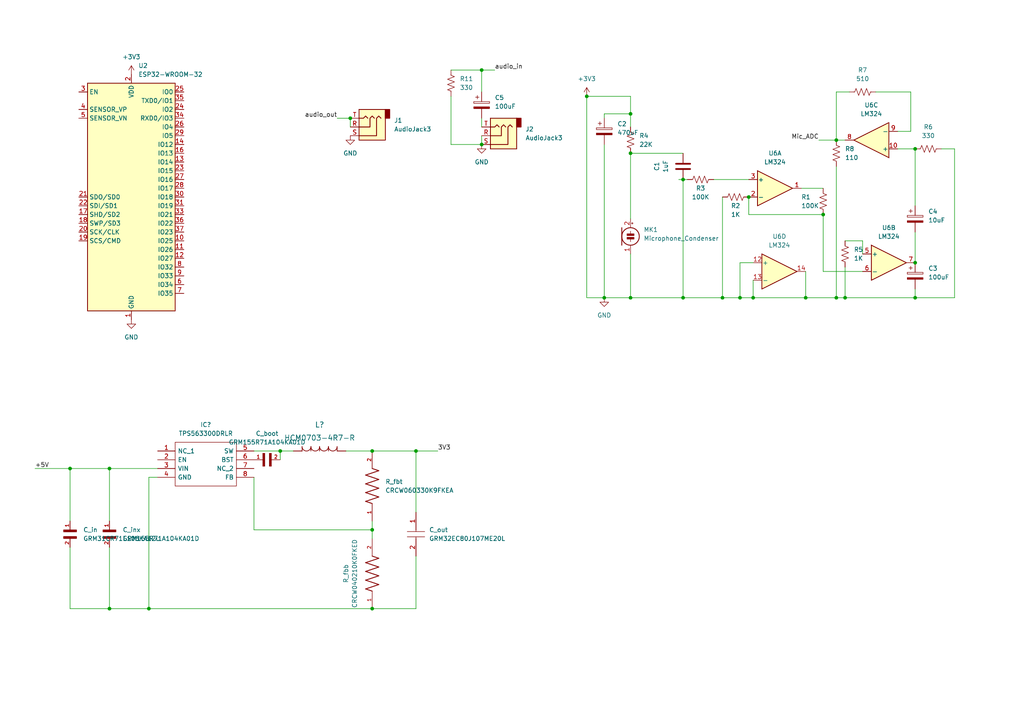
<source format=kicad_sch>
(kicad_sch (version 20211123) (generator eeschema)
  (paper "A4")
  (lib_symbols
    (symbol "Amplifier_Operational:LM324" (pin_names (offset 0.127))
      (property "Reference" "U" (at 0 5.08 0))
      (property "Value" "LM324" (at 0 -5.08 0))
      (symbol "LM324_1_1"
        (polyline (pts (xy -5.08 5.08) (xy 5.08 0) (xy -5.08 -5.08) (xy -5.08 5.08)) (stroke (width 0.254)) (fill (type background)))
        (pin output line (at 7.62 0 180) (length 2.54) (name "~") (number "1"))
        (pin input line (at -7.62 -2.54 0) (length 2.54) (name "-") (number "2"))
        (pin input line (at -7.62 2.54 0) (length 2.54) (name "+") (number "3"))
      )
      (symbol "LM324_2_1"
        (polyline (pts (xy -5.08 5.08) (xy 5.08 0) (xy -5.08 -5.08) (xy -5.08 5.08)) (stroke (width 0.254)) (fill (type background)))
        (pin input line (at -7.62 2.54 0) (length 2.54) (name "+") (number "5"))
        (pin input line (at -7.62 -2.54 0) (length 2.54) (name "-") (number "6"))
        (pin output line (at 7.62 0 180) (length 2.54) (name "~") (number "7"))
      )
      (symbol "LM324_3_1"
        (polyline (pts (xy -5.08 5.08) (xy 5.08 0) (xy -5.08 -5.08) (xy -5.08 5.08)) (stroke (width 0.254)) (fill (type background)))
        (pin input line (at -7.62 2.54 0) (length 2.54) (name "+") (number "10"))
        (pin output line (at 7.62 0 180) (length 2.54) (name "~") (number "8"))
        (pin input line (at -7.62 -2.54 0) (length 2.54) (name "-") (number "9"))
      )
      (symbol "LM324_4_1"
        (polyline (pts (xy -5.08 5.08) (xy 5.08 0) (xy -5.08 -5.08) (xy -5.08 5.08)) (stroke (width 0.254)) (fill (type background)))
        (pin input line (at -7.62 2.54 0) (length 2.54) (name "+") (number "12"))
        (pin input line (at -7.62 -2.54 0) (length 2.54) (name "-") (number "13"))
        (pin output line (at 7.62 0 180) (length 2.54) (name "~") (number "14"))
      )
      (symbol "LM324_5_1"
        (pin power_in line (at -2.54 -7.62 90) (length 3.81) (name "V-") (number "11"))
        (pin power_in line (at -2.54 7.62 270) (length 3.81) (name "V+") (number "4"))
      )
    )
    (symbol "Connector:AudioJack3"
      (property "Reference" "J" (at 0 8.89 0))
      (property "Value" "AudioJack3" (at 0 6.35 0))
      (symbol "AudioJack3_0_1"
        (rectangle (start -5.08 -5.08) (end -6.35 -2.54) (stroke (width 0.254)) (fill (type outline)))
        (polyline (pts (xy 0 -2.54) (xy 0.635 -3.175) (xy 1.27 -2.54) (xy 2.54 -2.54)) (stroke (width 0.254)))
        (polyline (pts (xy -1.905 -2.54) (xy -1.27 -3.175) (xy -0.635 -2.54) (xy -0.635 0) (xy 2.54 0)) (stroke (width 0.254)))
        (polyline (pts (xy 2.54 2.54) (xy -2.54 2.54) (xy -2.54 -2.54) (xy -3.175 -3.175) (xy -3.81 -2.54)) (stroke (width 0.254)))
        (rectangle (start 2.54 3.81) (end -5.08 -5.08) (stroke (width 0.254)) (fill (type background)))
      )
      (symbol "AudioJack3_1_1"
        (pin passive line (at 5.08 0 180) (length 2.54) (name "~") (number "R"))
        (pin passive line (at 5.08 2.54 180) (length 2.54) (name "~") (number "S"))
        (pin passive line (at 5.08 -2.54 180) (length 2.54) (name "~") (number "T"))
      )
    )
    (symbol "Device:C" (pin_numbers hide) (pin_names (offset 0.254))
      (property "Reference" "C" (at 0.635 2.54 0))
      (property "Value" "C" (at 0.635 -2.54 0))
      (symbol "C_0_1"
        (polyline (pts (xy -2.032 -0.762) (xy 2.032 -0.762)) (stroke (width 0.508)))
        (polyline (pts (xy -2.032 0.762) (xy 2.032 0.762)) (stroke (width 0.508)))
      )
      (symbol "C_1_1"
        (pin passive line (at 0 3.81 270) (length 2.794) (name "~") (number "1"))
        (pin passive line (at 0 -3.81 90) (length 2.794) (name "~") (number "2"))
      )
    )
    (symbol "Device:C_Polarized" (pin_numbers hide) (pin_names (offset 0.254))
      (property "Reference" "C" (at 0.635 2.54 0))
      (property "Value" "C_Polarized" (at 0.635 -2.54 0))
      (symbol "C_Polarized_0_1"
        (rectangle (start -2.286 0.508) (end 2.286 1.016))
        (polyline (pts (xy -1.778 2.286) (xy -0.762 2.286)))
        (polyline (pts (xy -1.27 2.794) (xy -1.27 1.778)))
        (rectangle (start 2.286 -0.508) (end -2.286 -1.016) (fill (type outline)))
      )
      (symbol "C_Polarized_1_1"
        (pin passive line (at 0 3.81 270) (length 2.794) (name "~") (number "1"))
        (pin passive line (at 0 -3.81 90) (length 2.794) (name "~") (number "2"))
      )
    )
    (symbol "Device:Microphone_Condenser" (pin_names (offset 0.0254) hide)
      (property "Reference" "MK" (at -3.302 1.27 0))
      (property "Value" "Microphone_Condenser" (at -3.302 -0.635 0))
      (symbol "Microphone_Condenser_0_1"
        (polyline (pts (xy -2.54 2.54) (xy -2.54 -2.54)) (stroke (width 0.254)))
        (polyline (pts (xy 0 -0.762) (xy 0 -1.524)))
        (polyline (pts (xy 0 0.762) (xy 0 1.524)))
        (polyline (pts (xy 0.254 3.81) (xy 0.762 3.81)))
        (polyline (pts (xy 0.508 4.064) (xy 0.508 3.556)))
        (circle (center 0 0) (radius 2.54) (stroke (width 0.254)))
        (rectangle (start 1.016 -0.254) (end -1.016 -0.762) (fill (type outline)))
        (rectangle (start 1.016 0.762) (end -1.016 0.254) (fill (type outline)))
      )
      (symbol "Microphone_Condenser_1_1"
        (pin passive line (at 0 -5.08 90) (length 2.54) (name "-") (number "1"))
        (pin passive line (at 0 5.08 270) (length 2.54) (name "+") (number "2"))
      )
    )
    (symbol "Device:R_US" (pin_numbers hide) (pin_names (offset 0))
      (property "Reference" "R" (at 2.54 0 90))
      (property "Value" "R_US" (at -2.54 0 90))
      (symbol "R_US_0_1"
        (polyline (pts (xy 0 -2.286) (xy 0 -2.54)))
        (polyline (pts (xy 0 2.286) (xy 0 2.54)))
        (polyline (pts (xy 0 -0.762) (xy 1.016 -1.143) (xy 0 -1.524) (xy -1.016 -1.905) (xy 0 -2.286)))
        (polyline (pts (xy 0 0.762) (xy 1.016 0.381) (xy 0 0) (xy -1.016 -0.381) (xy 0 -0.762)))
        (polyline (pts (xy 0 2.286) (xy 1.016 1.905) (xy 0 1.524) (xy -1.016 1.143) (xy 0 0.762)))
      )
      (symbol "R_US_1_1"
        (pin passive line (at 0 3.81 270) (length 1.27) (name "~") (number "1"))
        (pin passive line (at 0 -3.81 90) (length 1.27) (name "~") (number "2"))
      )
    )
    (symbol "Power_Circuit_Lib:CRCW040210K0FKED" (pin_names (offset 1.016))
      (property "Reference" "R" (at -7.6244 2.5415 0))
      (property "Value" "CRCW040210K0FKED" (at -7.63 -5.0866 0))
      (symbol "CRCW040210K0FKED_0_0"
        (polyline (pts (xy -5.08 0) (xy -4.445 1.905)) (stroke (width 0.254)))
        (polyline (pts (xy -4.445 1.905) (xy -3.175 -1.905)) (stroke (width 0.254)))
        (polyline (pts (xy -3.175 -1.905) (xy -1.905 1.905)) (stroke (width 0.254)))
        (polyline (pts (xy -1.905 1.905) (xy -0.635 -1.905)) (stroke (width 0.254)))
        (polyline (pts (xy -0.635 -1.905) (xy 0.635 1.905)) (stroke (width 0.254)))
        (polyline (pts (xy 0.635 1.905) (xy 1.905 -1.905)) (stroke (width 0.254)))
        (polyline (pts (xy 1.905 -1.905) (xy 3.175 1.905)) (stroke (width 0.254)))
        (polyline (pts (xy 3.175 1.905) (xy 4.445 -1.905)) (stroke (width 0.254)))
        (polyline (pts (xy 4.445 -1.905) (xy 5.08 0)) (stroke (width 0.254)))
        (pin passive line (at -10.16 0 0) (length 5.08) (name "~") (number "1"))
        (pin passive line (at 10.16 0 180) (length 5.08) (name "~") (number "2"))
      )
    )
    (symbol "Power_Circuit_Lib:CRCW060330K9FKEA" (pin_names (offset 1.016))
      (property "Reference" "R" (at -7.6244 2.5415 0))
      (property "Value" "CRCW060330K9FKEA" (at -7.63 -5.0866 0))
      (symbol "CRCW060330K9FKEA_0_0"
        (polyline (pts (xy -5.08 0) (xy -4.445 1.905)) (stroke (width 0.254)))
        (polyline (pts (xy -4.445 1.905) (xy -3.175 -1.905)) (stroke (width 0.254)))
        (polyline (pts (xy -3.175 -1.905) (xy -1.905 1.905)) (stroke (width 0.254)))
        (polyline (pts (xy -1.905 1.905) (xy -0.635 -1.905)) (stroke (width 0.254)))
        (polyline (pts (xy -0.635 -1.905) (xy 0.635 1.905)) (stroke (width 0.254)))
        (polyline (pts (xy 0.635 1.905) (xy 1.905 -1.905)) (stroke (width 0.254)))
        (polyline (pts (xy 1.905 -1.905) (xy 3.175 1.905)) (stroke (width 0.254)))
        (polyline (pts (xy 3.175 1.905) (xy 4.445 -1.905)) (stroke (width 0.254)))
        (polyline (pts (xy 4.445 -1.905) (xy 5.08 0)) (stroke (width 0.254)))
        (pin passive line (at -10.16 0 0) (length 5.08) (name "~") (number "1"))
        (pin passive line (at 10.16 0 180) (length 5.08) (name "~") (number "2"))
      )
    )
    (symbol "Power_Circuit_Lib:GRM155R71A104KA01D" (pin_names (offset 1.016))
      (property "Reference" "C" (at 0 3.8109 0))
      (property "Value" "GRM155R71A104KA01D" (at 0 -5.0885 0))
      (symbol "GRM155R71A104KA01D_0_0"
        (rectangle (start 0 -1.9069) (end 0.635 1.905) (stroke (width 0.1)) (fill (type outline)))
        (rectangle (start 1.9069 -1.9069) (end 2.54 1.905) (stroke (width 0.1)) (fill (type outline)))
        (pin passive line (at -2.54 0 0) (length 2.54) (name "~") (number "1"))
        (pin passive line (at 5.08 0 180) (length 2.54) (name "~") (number "2"))
      )
    )
    (symbol "Power_Circuit_Lib:GRM31CR71E106KA12L" (pin_names (offset 1.016))
      (property "Reference" "C" (at 0 3.8109 0))
      (property "Value" "GRM31CR71E106KA12L" (at 0 -5.0885 0))
      (symbol "GRM31CR71E106KA12L_0_0"
        (rectangle (start 0 -1.9069) (end 0.635 1.905) (stroke (width 0.1)) (fill (type outline)))
        (rectangle (start 1.9069 -1.9069) (end 2.54 1.905) (stroke (width 0.1)) (fill (type outline)))
        (pin passive line (at -2.54 0 0) (length 2.54) (name "~") (number "1"))
        (pin passive line (at 5.08 0 180) (length 2.54) (name "~") (number "2"))
      )
    )
    (symbol "Power_Circuit_Lib:GRM32EC80J107ME20L" (pin_names (offset 0.762))
      (property "Reference" "C" (at 8.89 6.35 0))
      (property "Value" "GRM32EC80J107ME20L" (at 8.89 3.81 0))
      (symbol "GRM32EC80J107ME20L_0_0"
        (pin passive line (at 0 0 0) (length 5.08) (name "~") (number "1"))
        (pin passive line (at 12.7 0 180) (length 5.08) (name "~") (number "2"))
      )
      (symbol "GRM32EC80J107ME20L_0_1"
        (polyline (pts (xy 5.08 0) (xy 5.588 0)) (stroke (width 0.1524)))
        (polyline (pts (xy 5.588 2.54) (xy 5.588 -2.54)) (stroke (width 0.1524)))
        (polyline (pts (xy 7.112 0) (xy 7.62 0)) (stroke (width 0.1524)))
        (polyline (pts (xy 7.112 2.54) (xy 7.112 -2.54)) (stroke (width 0.1524)))
      )
    )
    (symbol "Power_Circuit_Lib:HCM0703-4R7-R" (pin_numbers hide) (pin_names (offset 1.651) hide)
      (property "Reference" "L" (at 6.985 5.08 0))
      (property "Value" "HCM0703-4R7-R" (at 6.985 -5.715 0))
      (symbol "HCM0703-4R7-R_1_1"
        (polyline (pts (xy 2.54 0) (xy 2.54 1.27)) (stroke (width 0.2032)))
        (polyline (pts (xy 5.08 0) (xy 5.08 1.27)) (stroke (width 0.2032)))
        (polyline (pts (xy 7.62 0) (xy 7.62 1.27)) (stroke (width 0.2032)))
        (polyline (pts (xy 10.16 0) (xy 10.16 1.27)) (stroke (width 0.2032)))
        (polyline (pts (xy 12.7 0) (xy 12.7 1.27)) (stroke (width 0.2032)))
        (arc (start 2.54 1.27) (mid 3.81 0) (end 5.08 1.27) (stroke (width 0.2032)))
        (arc (start 5.08 1.27) (mid 6.35 0) (end 7.62 1.27) (stroke (width 0.2032)))
        (arc (start 7.62 1.27) (mid 8.89 0) (end 10.16 1.27) (stroke (width 0.2032)))
        (arc (start 10.16 1.27) (mid 11.43 0) (end 12.7 1.27) (stroke (width 0.2032)))
        (pin unspecified line (at 15.24 0 180) (length 2.54) (name "1") (number "1"))
        (pin unspecified line (at 0 0 0) (length 2.54) (name "2") (number "2"))
      )
    )
    (symbol "RF_Module:ESP32-WROOM-32"
      (property "Reference" "U" (at -12.7 34.29 0))
      (property "Value" "ESP32-WROOM-32" (at 1.27 34.29 0))
      (symbol "ESP32-WROOM-32_0_1"
        (rectangle (start -12.7 33.02) (end 12.7 -33.02) (stroke (width 0.254)) (fill (type background)))
      )
      (symbol "ESP32-WROOM-32_1_1"
        (pin power_in line (at 0 -35.56 90) (length 2.54) (name "GND") (number "1"))
        (pin bidirectional line (at 15.24 -12.7 180) (length 2.54) (name "IO25") (number "10"))
        (pin bidirectional line (at 15.24 -15.24 180) (length 2.54) (name "IO26") (number "11"))
        (pin bidirectional line (at 15.24 -17.78 180) (length 2.54) (name "IO27") (number "12"))
        (pin bidirectional line (at 15.24 10.16 180) (length 2.54) (name "IO14") (number "13"))
        (pin bidirectional line (at 15.24 15.24 180) (length 2.54) (name "IO12") (number "14"))
        (pin passive line (at 0 -35.56 90) (length 2.54) hide (name "GND") (number "15"))
        (pin bidirectional line (at 15.24 12.7 180) (length 2.54) (name "IO13") (number "16"))
        (pin bidirectional line (at -15.24 -5.08 0) (length 2.54) (name "SHD/SD2") (number "17"))
        (pin bidirectional line (at -15.24 -7.62 0) (length 2.54) (name "SWP/SD3") (number "18"))
        (pin bidirectional line (at -15.24 -12.7 0) (length 2.54) (name "SCS/CMD") (number "19"))
        (pin power_in line (at 0 35.56 270) (length 2.54) (name "VDD") (number "2"))
        (pin bidirectional line (at -15.24 -10.16 0) (length 2.54) (name "SCK/CLK") (number "20"))
        (pin bidirectional line (at -15.24 0 0) (length 2.54) (name "SDO/SD0") (number "21"))
        (pin bidirectional line (at -15.24 -2.54 0) (length 2.54) (name "SDI/SD1") (number "22"))
        (pin bidirectional line (at 15.24 7.62 180) (length 2.54) (name "IO15") (number "23"))
        (pin bidirectional line (at 15.24 25.4 180) (length 2.54) (name "IO2") (number "24"))
        (pin bidirectional line (at 15.24 30.48 180) (length 2.54) (name "IO0") (number "25"))
        (pin bidirectional line (at 15.24 20.32 180) (length 2.54) (name "IO4") (number "26"))
        (pin bidirectional line (at 15.24 5.08 180) (length 2.54) (name "IO16") (number "27"))
        (pin bidirectional line (at 15.24 2.54 180) (length 2.54) (name "IO17") (number "28"))
        (pin bidirectional line (at 15.24 17.78 180) (length 2.54) (name "IO5") (number "29"))
        (pin input line (at -15.24 30.48 0) (length 2.54) (name "EN") (number "3"))
        (pin bidirectional line (at 15.24 0 180) (length 2.54) (name "IO18") (number "30"))
        (pin bidirectional line (at 15.24 -2.54 180) (length 2.54) (name "IO19") (number "31"))
        (pin no_connect line (at -12.7 -27.94 0) (length 2.54) hide (name "NC") (number "32"))
        (pin bidirectional line (at 15.24 -5.08 180) (length 2.54) (name "IO21") (number "33"))
        (pin bidirectional line (at 15.24 22.86 180) (length 2.54) (name "RXD0/IO3") (number "34"))
        (pin bidirectional line (at 15.24 27.94 180) (length 2.54) (name "TXD0/IO1") (number "35"))
        (pin bidirectional line (at 15.24 -7.62 180) (length 2.54) (name "IO22") (number "36"))
        (pin bidirectional line (at 15.24 -10.16 180) (length 2.54) (name "IO23") (number "37"))
        (pin passive line (at 0 -35.56 90) (length 2.54) hide (name "GND") (number "38"))
        (pin passive line (at 0 -35.56 90) (length 2.54) hide (name "GND") (number "39"))
        (pin input line (at -15.24 25.4 0) (length 2.54) (name "SENSOR_VP") (number "4"))
        (pin input line (at -15.24 22.86 0) (length 2.54) (name "SENSOR_VN") (number "5"))
        (pin input line (at 15.24 -25.4 180) (length 2.54) (name "IO34") (number "6"))
        (pin input line (at 15.24 -27.94 180) (length 2.54) (name "IO35") (number "7"))
        (pin bidirectional line (at 15.24 -20.32 180) (length 2.54) (name "IO32") (number "8"))
        (pin bidirectional line (at 15.24 -22.86 180) (length 2.54) (name "IO33") (number "9"))
      )
    )
    (symbol "TPS563300 Power Circuit:TPS563300DRLR" (pin_names (offset 0.762))
      (property "Reference" "IC" (at 24.13 7.62 0))
      (property "Value" "TPS563300DRLR" (at 24.13 5.08 0))
      (symbol "TPS563300DRLR_0_0"
        (pin passive line (at 0 0 0) (length 5.08) (name "NC_1") (number "1"))
        (pin passive line (at 0 -2.54 0) (length 5.08) (name "EN") (number "2"))
        (pin passive line (at 0 -5.08 0) (length 5.08) (name "VIN") (number "3"))
        (pin passive line (at 0 -7.62 0) (length 5.08) (name "GND") (number "4"))
        (pin passive line (at 27.94 0 180) (length 5.08) (name "SW") (number "5"))
        (pin passive line (at 27.94 -2.54 180) (length 5.08) (name "BST") (number "6"))
        (pin passive line (at 27.94 -5.08 180) (length 5.08) (name "NC_2") (number "7"))
        (pin passive line (at 27.94 -7.62 180) (length 5.08) (name "FB") (number "8"))
      )
      (symbol "TPS563300DRLR_0_1"
        (polyline (pts (xy 5.08 2.54) (xy 22.86 2.54) (xy 22.86 -10.16) (xy 5.08 -10.16) (xy 5.08 2.54)) (stroke (width 0.1524)))
      )
    )
    (symbol "power:+3V3" (power) (pin_names (offset 0))
      (property "Value" "+3V3" (at 0 3.556 0))
      (symbol "+3V3_0_1"
        (polyline (pts (xy -0.762 1.27) (xy 0 2.54)))
        (polyline (pts (xy 0 0) (xy 0 2.54)))
        (polyline (pts (xy 0 2.54) (xy 0.762 1.27)))
      )
      (symbol "+3V3_1_1"
        (pin power_in line (at 0 0 90) (length 0) hide (name "+3V3") (number "1"))
      )
    )
    (symbol "power:GND" (power) (pin_names (offset 0))
      (property "Value" "GND" (at 0 -3.81 0))
      (symbol "GND_0_1"
        (polyline (pts (xy 0 0) (xy 0 -1.27) (xy 1.27 -1.27) (xy 0 -2.54) (xy -1.27 -1.27) (xy 0 -1.27)))
      )
      (symbol "GND_1_1"
        (pin power_in line (at 0 0 270) (length 0) hide (name "GND") (number "1"))
      )
    )
  )
  (junction (at 233.68 86.36))
  (junction (at 107.95 130.81))
  (junction (at 139.7 41.91))
  (junction (at 242.57 40.64))
  (junction (at 139.7 20.32))
  (junction (at 120.65 130.81))
  (junction (at 198.12 52.07))
  (junction (at 101.6 34.29))
  (junction (at 217.17 57.15))
  (junction (at 209.55 86.36))
  (junction (at 182.88 33.02))
  (junction (at 31.75 135.89))
  (junction (at 20.32 135.89))
  (junction (at 245.11 86.36))
  (junction (at 170.18 27.94))
  (junction (at 265.43 86.36))
  (junction (at 238.76 62.23))
  (junction (at 182.88 44.45))
  (junction (at 107.95 153.67))
  (junction (at 198.12 86.36))
  (junction (at 182.88 86.36))
  (junction (at 265.43 43.18))
  (junction (at 214.63 86.36))
  (junction (at 107.95 176.53))
  (junction (at 31.75 176.53))
  (junction (at 242.57 86.36))
  (junction (at 218.44 86.36))
  (junction (at 43.18 176.53))
  (junction (at 265.43 76.2))
  (junction (at 81.28 130.81))
  (junction (at 175.26 86.36))
  (wire (pts (xy 218.44 81.28) (xy 218.44 86.36)))
  (wire (pts (xy 43.18 176.53) (xy 107.95 176.53)))
  (wire (pts (xy 100.33 130.81) (xy 107.95 130.81)))
  (wire (pts (xy 182.88 44.45) (xy 182.88 63.5)))
  (wire (pts (xy 73.66 138.43) (xy 73.66 153.67)))
  (wire (pts (xy 73.66 153.67) (xy 107.95 153.67)))
  (wire (pts (xy 265.43 83.82) (xy 265.43 86.36)))
  (wire (pts (xy 20.32 135.89) (xy 20.32 151.13)))
  (wire (pts (xy 130.81 20.32) (xy 139.7 20.32)))
  (wire (pts (xy 233.68 78.74) (xy 233.68 86.36)))
  (wire (pts (xy 170.18 27.94) (xy 170.18 86.36)))
  (wire (pts (xy 214.63 76.2) (xy 214.63 86.36)))
  (wire (pts (xy 43.18 138.43) (xy 43.18 176.53)))
  (wire (pts (xy 139.7 39.37) (xy 139.7 41.91)))
  (wire (pts (xy 107.95 151.13) (xy 107.95 153.67)))
  (wire (pts (xy 237.49 40.64) (xy 242.57 40.64)))
  (wire (pts (xy 246.38 26.67) (xy 242.57 26.67)))
  (wire (pts (xy 198.12 52.07) (xy 198.12 86.36)))
  (wire (pts (xy 218.44 86.36) (xy 214.63 86.36)))
  (wire (pts (xy 217.17 62.23) (xy 217.17 57.15)))
  (wire (pts (xy 207.01 52.07) (xy 217.17 52.07)))
  (wire (pts (xy 238.76 62.23) (xy 217.17 62.23)))
  (wire (pts (xy 233.68 86.36) (xy 218.44 86.36)))
  (wire (pts (xy 198.12 86.36) (xy 209.55 86.36)))
  (wire (pts (xy 130.81 41.91) (xy 139.7 41.91)))
  (wire (pts (xy 81.28 130.81) (xy 85.09 130.81)))
  (wire (pts (xy 232.41 54.61) (xy 238.76 54.61)))
  (wire (pts (xy 175.26 41.91) (xy 175.26 86.36)))
  (wire (pts (xy 238.76 62.23) (xy 238.76 78.74)))
  (wire (pts (xy 120.65 161.29) (xy 120.65 176.53)))
  (wire (pts (xy 20.32 158.75) (xy 20.32 176.53)))
  (wire (pts (xy 139.7 20.32) (xy 143.51 20.32)))
  (wire (pts (xy 250.19 73.66) (xy 250.19 69.85)))
  (wire (pts (xy 182.88 33.02) (xy 182.88 27.94)))
  (wire (pts (xy 107.95 153.67) (xy 107.95 156.21)))
  (wire (pts (xy 245.11 86.36) (xy 265.43 86.36)))
  (wire (pts (xy 214.63 86.36) (xy 209.55 86.36)))
  (wire (pts (xy 242.57 48.26) (xy 242.57 86.36)))
  (wire (pts (xy 120.65 130.81) (xy 127 130.81)))
  (wire (pts (xy 139.7 34.29) (xy 139.7 36.83)))
  (wire (pts (xy 265.43 43.18) (xy 260.35 43.18)))
  (wire (pts (xy 31.75 135.89) (xy 45.72 135.89)))
  (wire (pts (xy 182.88 33.02) (xy 175.26 33.02)))
  (wire (pts (xy 130.81 27.94) (xy 130.81 41.91)))
  (wire (pts (xy 31.75 176.53) (xy 43.18 176.53)))
  (wire (pts (xy 31.75 151.13) (xy 31.75 135.89)))
  (wire (pts (xy 182.88 33.02) (xy 182.88 36.83)))
  (wire (pts (xy 209.55 57.15) (xy 209.55 86.36)))
  (wire (pts (xy 107.95 130.81) (xy 120.65 130.81)))
  (wire (pts (xy 242.57 40.64) (xy 245.11 40.64)))
  (wire (pts (xy 170.18 86.36) (xy 175.26 86.36)))
  (wire (pts (xy 242.57 86.36) (xy 245.11 86.36)))
  (wire (pts (xy 170.18 27.94) (xy 182.88 27.94)))
  (wire (pts (xy 260.35 38.1) (xy 264.16 38.1)))
  (wire (pts (xy 31.75 135.89) (xy 20.32 135.89)))
  (wire (pts (xy 175.26 86.36) (xy 182.88 86.36)))
  (wire (pts (xy 254 26.67) (xy 264.16 26.67)))
  (wire (pts (xy 97.79 34.29) (xy 101.6 34.29)))
  (wire (pts (xy 250.19 69.85) (xy 245.11 69.85)))
  (wire (pts (xy 182.88 73.66) (xy 182.88 86.36)))
  (wire (pts (xy 242.57 26.67) (xy 242.57 40.64)))
  (wire (pts (xy 10.16 135.89) (xy 20.32 135.89)))
  (wire (pts (xy 120.65 176.53) (xy 107.95 176.53)))
  (wire (pts (xy 31.75 158.75) (xy 31.75 176.53)))
  (wire (pts (xy 196.85 52.07) (xy 198.12 52.07)))
  (wire (pts (xy 81.28 133.35) (xy 81.28 130.81)))
  (wire (pts (xy 238.76 78.74) (xy 250.19 78.74)))
  (wire (pts (xy 242.57 86.36) (xy 233.68 86.36)))
  (wire (pts (xy 139.7 26.67) (xy 139.7 20.32)))
  (wire (pts (xy 120.65 130.81) (xy 120.65 148.59)))
  (wire (pts (xy 182.88 44.45) (xy 198.12 44.45)))
  (wire (pts (xy 182.88 86.36) (xy 198.12 86.36)))
  (wire (pts (xy 101.6 34.29) (xy 101.6 36.83)))
  (wire (pts (xy 175.26 33.02) (xy 175.26 34.29)))
  (wire (pts (xy 265.43 59.69) (xy 265.43 43.18)))
  (wire (pts (xy 45.72 138.43) (xy 43.18 138.43)))
  (wire (pts (xy 265.43 67.31) (xy 265.43 76.2)))
  (wire (pts (xy 198.12 52.07) (xy 199.39 52.07)))
  (wire (pts (xy 245.11 77.47) (xy 245.11 86.36)))
  (wire (pts (xy 276.86 43.18) (xy 276.86 86.36)))
  (wire (pts (xy 264.16 38.1) (xy 264.16 26.67)))
  (wire (pts (xy 20.32 176.53) (xy 31.75 176.53)))
  (wire (pts (xy 218.44 76.2) (xy 214.63 76.2)))
  (wire (pts (xy 273.05 43.18) (xy 276.86 43.18)))
  (wire (pts (xy 276.86 86.36) (xy 265.43 86.36)))
  (wire (pts (xy 73.66 130.81) (xy 81.28 130.81)))
  (label "3V3" (at 127 130.81 0))
  (label "Mic_ADC" (at 237.49 40.64 180))
  (label "audio_out" (at 97.79 34.29 180))
  (label "+5V" (at 10.16 135.89 0))
  (label "audio_in" (at 143.51 20.32 0))
  (symbol (lib_id "Device:R_US") (at 130.81 24.13 0) (unit 1)
    (property "Reference" "R11" (at 133.35 22.8599 0) (effects (justify left)))
    (property "Value" "330" (at 133.35 25.3999 0) (effects (justify left)))
  )
  (symbol (lib_id "Power_Circuit_Lib:GRM31CR71E106KA12L") (at 20.32 153.67 270) (unit 1)
    (property "Reference" "C_in" (at 24.13 153.6699 90) (effects (justify left)))
    (property "Value" "GRM31CR71E106KA12L" (at 24.13 156.2099 90) (effects (justify left)))
    (property "Footprint" "TPS563300_Power_Circuit:C_IN_CAPC3216X180N" (effects hide))
  )
  (symbol (lib_id "Power_Circuit_Lib:HCM0703-4R7-R") (at 85.09 130.81 0) (unit 1)
    (property "Reference" "L?" (at 92.71 123.19 0) (effects (font (size 1.524 1.524))))
    (property "Value" "HCM0703-4R7-R" (at 92.71 127 0) (effects (font (size 1.524 1.524))))
    (property "Footprint" "TPS563300_Power_Circuit:L1_HCM0703-4R7-R" (effects hide))
  )
  (symbol (lib_id "Amplifier_Operational:LM324") (at 224.79 54.61 0) (unit 1)
    (property "Reference" "U6" (at 224.79 44.45 0))
    (property "Value" "LM324" (at 224.79 46.99 0))
    (property "Footprint" "Package_DIP:DIP-14_W7.62mm" (effects hide))
    (property "Datasheet" "http://www.ti.com/lit/ds/symlink/lm2902-n.pdf" (effects hide))
  )
  (symbol (lib_id "Connector:AudioJack3") (at 144.78 39.37 180) (unit 1)
    (property "Reference" "J2" (at 152.4 37.4649 0) (effects (justify right)))
    (property "Value" "AudioJack3" (at 152.4 40.0049 0) (effects (justify right)))
    (property "Footprint" "Connector_Audio:Jack_3.5mm_CUI_SJ-3523-SMT_Horizontal" (effects hide))
    (property "Datasheet" "https://www.cuidevices.com/product/resource/sj-352x-smt.pdf" (effects hide))
  )
  (symbol (lib_id "power:GND") (at 101.6 39.37 0) (unit 1)
    (property "Reference" "#PWR08" (effects hide))
    (property "Value" "GND" (at 101.6 44.45 0))
  )
  (symbol (lib_id "Device:C_Polarized") (at 265.43 63.5 0) (unit 1)
    (property "Reference" "C4" (at 269.24 61.3409 0) (effects (justify left)))
    (property "Value" "10uF" (at 269.24 63.8809 0) (effects (justify left)))
  )
  (symbol (lib_id "Amplifier_Operational:LM324") (at 257.81 76.2 0) (unit 2)
    (property "Reference" "U6" (at 257.81 66.04 0))
    (property "Value" "LM324" (at 257.81 68.58 0))
    (property "Footprint" "Package_DIP:DIP-14_W7.62mm" (effects hide))
    (property "Datasheet" "http://www.ti.com/lit/ds/symlink/lm2902-n.pdf" (effects hide))
  )
  (symbol (lib_id "power:+3V3") (at 170.18 27.94 0) (unit 1)
    (property "Reference" "#PWR010" (effects hide))
    (property "Value" "+3V3" (at 170.18 22.86 0))
  )
  (symbol (lib_id "Power_Circuit_Lib:CRCW040210K0FKED") (at 107.95 166.37 90) (unit 1)
    (property "Reference" "R_fbb" (at 100.33 166.37 0))
    (property "Value" "CRCW040210K0FKED" (at 102.87 166.37 0))
    (property "Footprint" "TPS563300_Power_Circuit:R_FBB_RESC1005X40N" (effects hide))
  )
  (symbol (lib_id "Device:R_US") (at 238.76 58.42 0) (unit 1)
    (property "Reference" "R1" (at 232.41 57.15 0) (effects (justify left)))
    (property "Value" "100K" (at 232.41 59.69 0) (effects (justify left)))
  )
  (symbol (lib_id "RF_Module:ESP32-WROOM-32") (at 38.1 57.15 0) (unit 1)
    (property "Reference" "U2" (at 40.1194 19.05 0) (effects (justify left)))
    (property "Value" "ESP32-WROOM-32" (at 40.1194 21.59 0) (effects (justify left)))
    (property "Footprint" "RF_Module:ESP32-WROOM-32" (effects hide))
    (property "Datasheet" "https://www.espressif.com/sites/default/files/documentation/esp32-wroom-32_datasheet_en.pdf" (effects hide))
  )
  (symbol (lib_id "power:GND") (at 175.26 86.36 0) (unit 1)
    (property "Reference" "#PWR011" (effects hide))
    (property "Value" "GND" (at 175.26 91.44 0))
  )
  (symbol (lib_id "power:GND") (at 38.1 92.71 0) (unit 1)
    (property "Reference" "#PWR07" (effects hide))
    (property "Value" "GND" (at 38.1 97.79 0))
  )
  (symbol (lib_id "Device:C_Polarized") (at 265.43 80.01 0) (unit 1)
    (property "Reference" "C3" (at 269.24 77.8509 0) (effects (justify left)))
    (property "Value" "100uF" (at 269.24 80.3909 0) (effects (justify left)))
  )
  (symbol (lib_id "Device:R_US") (at 203.2 52.07 90) (unit 1)
    (property "Reference" "R3" (at 203.2 54.61 90))
    (property "Value" "100K" (at 203.2 57.15 90))
  )
  (symbol (lib_id "Device:R_US") (at 213.36 57.15 90) (unit 1)
    (property "Reference" "R2" (at 213.36 59.69 90))
    (property "Value" "1K" (at 213.36 62.23 90))
  )
  (symbol (lib_id "Power_Circuit_Lib:GRM155R71A104KA01D") (at 76.2 133.35 0) (unit 1)
    (property "Reference" "C_boot" (at 77.47 125.73 0))
    (property "Value" "GRM155R71A104KA01D" (at 77.47 128.27 0))
    (property "Footprint" "TPS563300_Power_Circuit:C_Boot_CAPC1005X55N" (effects hide))
  )
  (symbol (lib_id "Device:C") (at 198.12 48.26 0) (unit 1)
    (property "Reference" "C1" (at 190.5 48.26 90))
    (property "Value" "1uF" (at 193.04 48.26 90))
  )
  (symbol (lib_id "power:GND") (at 139.7 41.91 0) (unit 1)
    (property "Reference" "#PWR09" (effects hide))
    (property "Value" "GND" (at 139.7 46.99 0))
  )
  (symbol (lib_id "Device:R_US") (at 182.88 40.64 180) (unit 1)
    (property "Reference" "R4" (at 185.42 39.3699 0) (effects (justify right)))
    (property "Value" "22K" (at 185.42 41.9099 0) (effects (justify right)))
  )
  (symbol (lib_id "Device:R_US") (at 250.19 26.67 90) (unit 1)
    (property "Reference" "R7" (at 250.19 20.32 90))
    (property "Value" "510" (at 250.19 22.86 90))
  )
  (symbol (lib_id "Device:C_Polarized") (at 139.7 30.48 0) (unit 1)
    (property "Reference" "C5" (at 143.51 28.3209 0) (effects (justify left)))
    (property "Value" "100uF" (at 143.51 30.8609 0) (effects (justify left)))
  )
  (symbol (lib_id "Device:R_US") (at 242.57 44.45 0) (unit 1)
    (property "Reference" "R8" (at 245.11 43.1799 0) (effects (justify left)))
    (property "Value" "110" (at 245.11 45.7199 0) (effects (justify left)))
  )
  (symbol (lib_id "Amplifier_Operational:LM324") (at 252.73 40.64 180) (unit 3)
    (property "Reference" "U6" (at 252.73 30.48 0))
    (property "Value" "LM324" (at 252.73 33.02 0))
    (property "Footprint" "Package_DIP:DIP-14_W7.62mm" (effects hide))
    (property "Datasheet" "http://www.ti.com/lit/ds/symlink/lm2902-n.pdf" (effects hide))
  )
  (symbol (lib_id "Device:R_US") (at 269.24 43.18 90) (unit 1)
    (property "Reference" "R6" (at 269.24 36.83 90))
    (property "Value" "330" (at 269.24 39.37 90))
  )
  (symbol (lib_id "Device:Microphone_Condenser") (at 182.88 68.58 0) (unit 1)
    (property "Reference" "MK1" (at 186.69 66.6114 0) (effects (justify left)))
    (property "Value" "Microphone_Condenser" (at 186.69 69.1514 0) (effects (justify left)))
  )
  (symbol (lib_id "Power_Circuit_Lib:GRM32EC80J107ME20L") (at 120.65 148.59 270) (unit 1)
    (property "Reference" "C_out" (at 124.46 153.6699 90) (effects (justify left)))
    (property "Value" "GRM32EC80J107ME20L" (at 124.46 156.2099 90) (effects (justify left)))
    (property "Footprint" "TPS563300_Power_Circuit:C_OUT_CAPC3225X270N" (effects hide))
    (property "Datasheet" "https://datasheet.datasheetarchive.com/originals/distributors/Datasheets_SAMA/ec4f1577dddcc7a13ddad897a28002d3.pdf" (effects hide))
    (property "Description" "Murata 1210 GRM 100uF Ceramic Multilayer Capacitor, 6.3 V dc, +105C, X6S Dielectric, +/-20% SMD" (effects hide))
    (property "Height" "2.7" (effects hide))
    (property "Mouser Part Number" "81-GRM32EC80J107ME0L" (effects hide))
    (property "Mouser Price/Stock" "https://www.mouser.co.uk/ProductDetail/Murata-Electronics/GRM32EC80J107ME20L?qs=eCxWOFGThBZyUCwIudAIww%3D%3D" (effects hide))
    (property "Manufacturer_Name" "Murata Electronics" (effects hide))
    (property "Manufacturer_Part_Number" "GRM32EC80J107ME20L" (effects hide))
  )
  (symbol (lib_id "TPS563300 Power Circuit:TPS563300DRLR") (at 45.72 130.81 0) (unit 1)
    (property "Reference" "IC?" (at 59.69 123.19 0))
    (property "Value" "TPS563300DRLR" (at 59.69 125.73 0))
    (property "Footprint" "TPS563300_Power_Circuit:TPS563300DRLR" (effects hide))
    (property "Datasheet" "https://www.ti.com/lit/ds/symlink/tps563300.pdf?ts=1666035990155&ref_url=https%253A%252F%252Fwww.ti.com%252Fproduct%252FTPS563300" (effects hide))
    (property "Description" "TPS563300 3.8-V to 28-V, 3-A Synchronous Buck Converter in SOT583 Package" (effects hide))
    (property "Height" "0.6" (effects hide))
    (property "Mouser Part Number" "595-TPS563300DRLR" (effects hide))
    (property "Mouser Price/Stock" "https://www.mouser.co.uk/ProductDetail/Texas-Instruments/TPS563300DRLR?qs=vvQtp7zwQdMDxJAw0dSlAg%3D%3D" (effects hide))
    (property "Manufacturer_Name" "Texas Instruments" (effects hide))
    (property "Manufacturer_Part_Number" "TPS563300DRLR" (effects hide))
  )
  (symbol (lib_id "Connector:AudioJack3") (at 106.68 36.83 180) (unit 1)
    (property "Reference" "J1" (at 114.3 34.9249 0) (effects (justify right)))
    (property "Value" "AudioJack3" (at 114.3 37.4649 0) (effects (justify right)))
    (property "Footprint" "Connector_Audio:Jack_3.5mm_CUI_SJ-3523-SMT_Horizontal" (effects hide))
    (property "Datasheet" "https://www.cuidevices.com/product/resource/sj-352x-smt.pdf" (effects hide))
  )
  (symbol (lib_id "power:+3V3") (at 38.1 21.59 0) (unit 1)
    (property "Reference" "#PWR06" (effects hide))
    (property "Value" "+3V3" (at 38.1 16.51 0))
  )
  (symbol (lib_id "Amplifier_Operational:LM324") (at 226.06 78.74 0) (unit 4)
    (property "Reference" "U6" (at 226.06 68.58 0))
    (property "Value" "LM324" (at 226.06 71.12 0))
    (property "Footprint" "Package_DIP:DIP-14_W7.62mm" (effects hide))
    (property "Datasheet" "http://www.ti.com/lit/ds/symlink/lm2902-n.pdf" (effects hide))
  )
  (symbol (lib_id "Power_Circuit_Lib:CRCW060330K9FKEA") (at 107.95 140.97 90) (unit 1)
    (property "Reference" "R_fbt" (at 111.76 139.6999 90) (effects (justify right)))
    (property "Value" "CRCW060330K9FKEA" (at 111.76 142.2399 90) (effects (justify right)))
    (property "Footprint" "TPS563300_Power_Circuit:R_FBT_RESC1508X50N" (effects hide))
  )
  (symbol (lib_id "Device:C_Polarized") (at 175.26 38.1 0) (unit 1)
    (property "Reference" "C2" (at 179.07 35.9409 0) (effects (justify left)))
    (property "Value" "470uF" (at 179.07 38.4809 0) (effects (justify left)))
  )
  (symbol (lib_id "Power_Circuit_Lib:GRM155R71A104KA01D") (at 31.75 153.67 270) (unit 1)
    (property "Reference" "C_inx" (at 35.56 153.6699 90) (effects (justify left)))
    (property "Value" "GRM155R71A104KA01D" (at 35.56 156.2099 90) (effects (justify left)))
    (property "Footprint" "TPS563300_Power_Circuit:C_Boot_CAPC1005X55N" (effects hide))
  )
  (symbol (lib_id "Device:R_US") (at 245.11 73.66 180) (unit 1)
    (property "Reference" "R5" (at 247.65 72.3899 0) (effects (justify right)))
    (property "Value" "1K" (at 247.65 74.9299 0) (effects (justify right)))
  )
)
</source>
